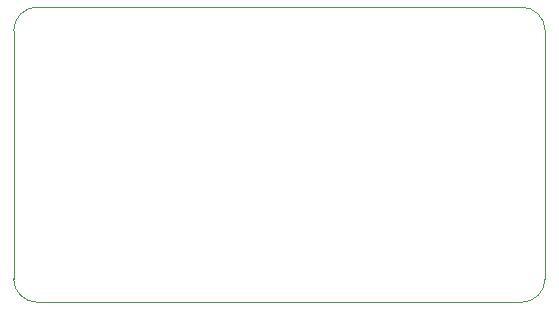
<source format=gbr>
G04 #@! TF.GenerationSoftware,KiCad,Pcbnew,5.1.4-e60b266~84~ubuntu18.04.1*
G04 #@! TF.CreationDate,2019-11-09T00:06:31+08:00*
G04 #@! TF.ProjectId,dap-stm32f103,6461702d-7374-46d3-9332-663130332e6b,rev?*
G04 #@! TF.SameCoordinates,Original*
G04 #@! TF.FileFunction,Profile,NP*
%FSLAX46Y46*%
G04 Gerber Fmt 4.6, Leading zero omitted, Abs format (unit mm)*
G04 Created by KiCad (PCBNEW 5.1.4-e60b266~84~ubuntu18.04.1) date 2019-11-09 00:06:31*
%MOMM*%
%LPD*%
G04 APERTURE LIST*
%ADD10C,0.050000*%
G04 APERTURE END LIST*
D10*
X190964001Y-106868000D02*
G75*
G02X188964000Y-108868001I-2000001J0D01*
G01*
X147964000Y-108868001D02*
G75*
G02X145963999Y-106868000I0J2000001D01*
G01*
X145963999Y-85868000D02*
G75*
G02X147964000Y-83867999I2000001J0D01*
G01*
X188964000Y-83868000D02*
G75*
G02X190964000Y-85868000I0J-2000000D01*
G01*
X147964000Y-83868000D02*
X188964000Y-83868000D01*
X190964001Y-106868000D02*
X190964000Y-85868000D01*
X145964000Y-85868000D02*
X145964000Y-106868000D01*
X147964000Y-108868001D02*
X188964000Y-108868000D01*
M02*

</source>
